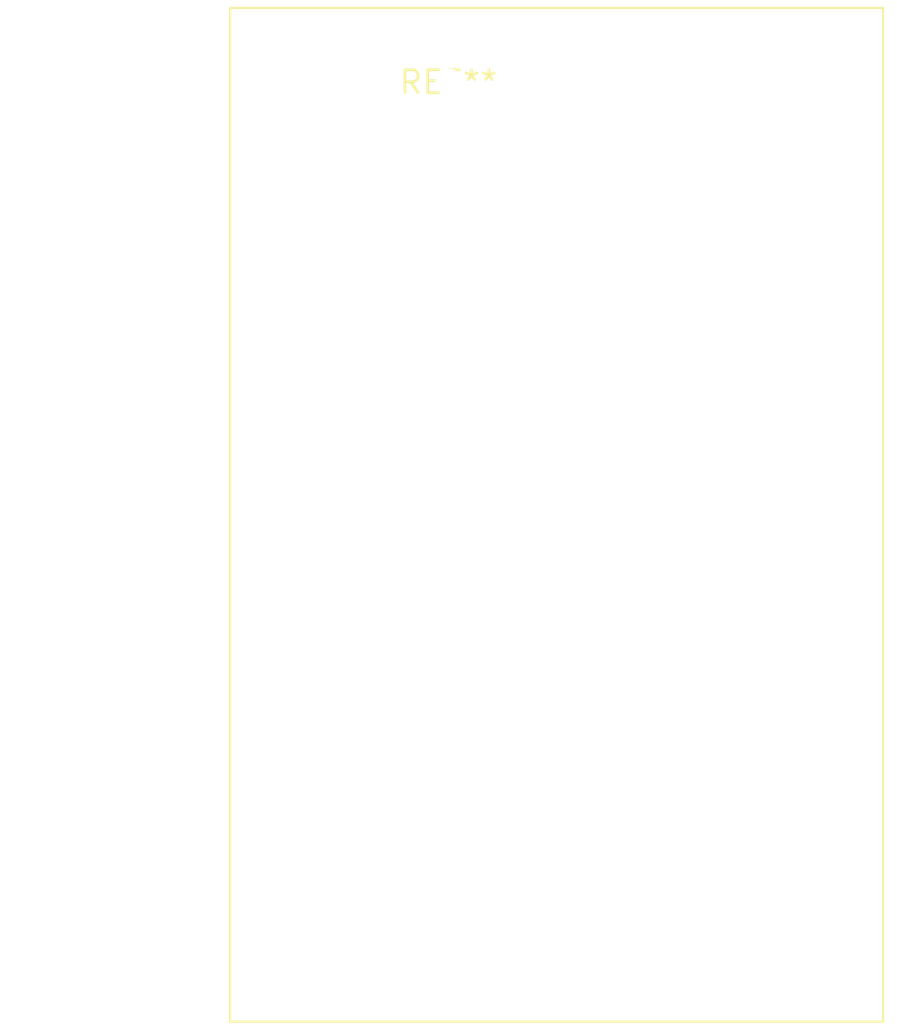
<source format=kicad_pcb>
(kicad_pcb (version 20240108) (generator pcbnew)
  (layers (0 "F.Cu" signal) (31 "B.Cu" signal) (34 "B.Paste" user) (35 "F.Paste" user) (36 "B.SilkS" user "B.Silkscreen") (37 "F.SilkS" user "F.Silkscreen") (38 "B.Mask" user) (39 "F.Mask" user) (44 "Edge.Cuts" user))
  (net 0 "")
  (footprint "Converter_ACDC_Vigortronix_VTX-214-010-xxx_THT" (layer "F.Cu") (at 0 0)
    (property "Reference" "REF**")
    (property "Value" "Converter_ACDC_Vigortronix_VTX-214-010-xxx_THT")
    (fp_line (start -12.12 -4.12) (end 24.12 -4.12) (layer "F.SilkS") (stroke (width 0.12)))
    (fp_line (start -12.12 52.12) (end -12.12 -4.12) (layer "F.SilkS") (stroke (width 0.12)))
    (fp_line (start 24.12 -4.12) (end 24.12 52.12) (layer "F.SilkS") (stroke (width 0.12)))
    (fp_line (start 24.12 52.12) (end -12.12 52.12) (layer "F.SilkS") (stroke (width 0.12)))
    (pad "1" thru_hole rect (at 0 0) (size 3 3) (drill 1.5) (layers *.Cu *.Mask) (remove_unused_layers))
    (pad "2" thru_hole circle (at 12 0) (size 3 3) (drill 1.5) (layers *.Cu *.Mask) (remove_unused_layers))
    (pad "3" thru_hole circle (at 0 48) (size 3 3) (drill 1.5) (layers *.Cu *.Mask) (remove_unused_layers))
    (pad "4" thru_hole circle (at 5 48) (size 3 3) (drill 1.5) (layers *.Cu *.Mask) (remove_unused_layers))
  )
)
</source>
